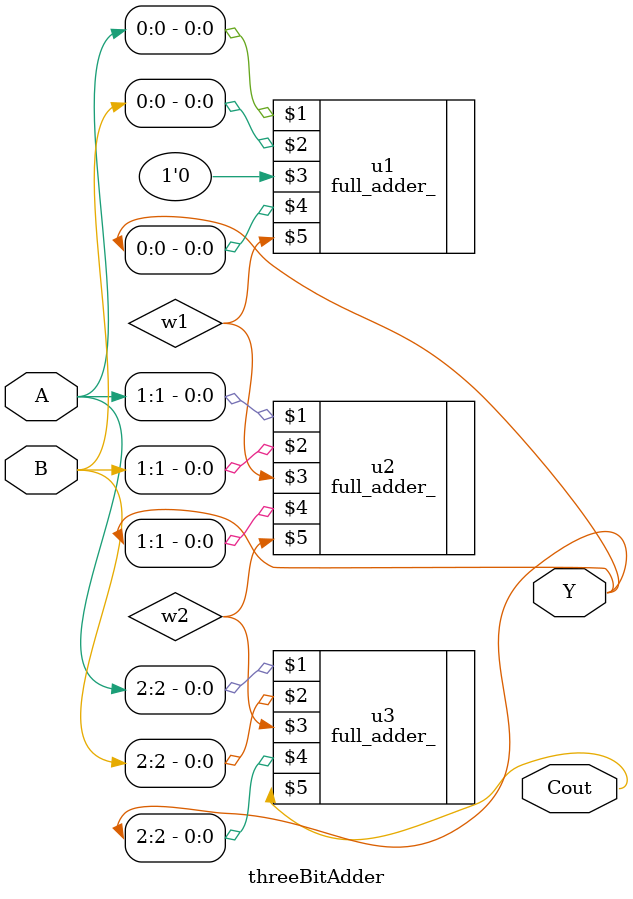
<source format=v>
`timescale 1ns / 1ps

module threeBitAdder(A,B,Y,Cout); 
  input [2:0] A; //Since it is 3 bit, we will write [2:0]
  input [2:0] B; 
  output [2:0] Y; 
  output Cout; 
  full_adder_ u1(A[0], B[0], 1'b0, Y[0], w1); //We get our carry to be used as input in u2. It is a wire  
  full_adder_ u2(A[1], B[1], w1, Y[1], w2); // The output w1 from u1 is used as input here. The output w2 will be used as input in u3. It is a wire
  full_adder_ u3(A[2], B[2], w2, Y[2], Cout); //The output w2 from u2 is used as input here. The final output is Cout 
endmodule

</source>
